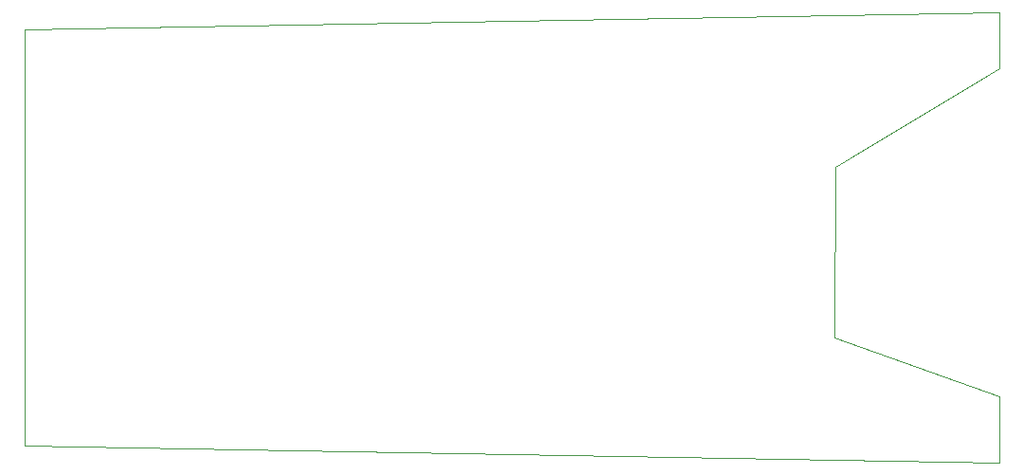
<source format=gko>
G04 Layer_Color=16711935*
%FSLAX25Y25*%
%MOIN*%
G70*
G01*
G75*
%ADD52C,0.00394*%
D52*
X0Y6201D02*
Y152362D01*
X342618Y158563D01*
X0Y6201D02*
X342618Y98D01*
X284547Y44193D02*
X284744Y104134D01*
X342618Y0D02*
Y23622D01*
X284547Y44193D02*
X342618Y23622D01*
X284744Y104134D02*
X342618Y138681D01*
Y158563D01*
M02*

</source>
